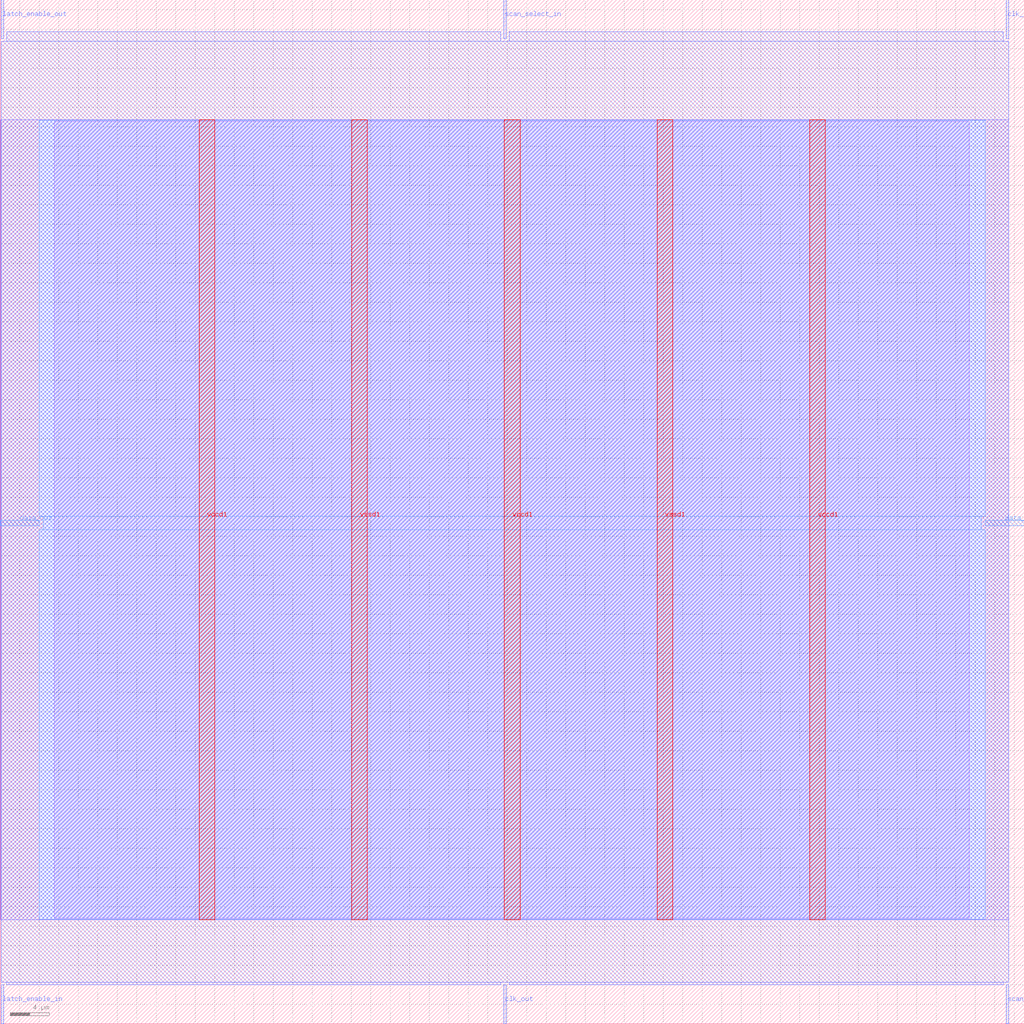
<source format=lef>
VERSION 5.7 ;
  NOWIREEXTENSIONATPIN ON ;
  DIVIDERCHAR "/" ;
  BUSBITCHARS "[]" ;
MACRO scan_wrapper_341233739099013714
  CLASS BLOCK ;
  FOREIGN scan_wrapper_341233739099013714 ;
  ORIGIN 0.000 0.000 ;
  SIZE 105.000 BY 105.000 ;
  PIN clk_in
    DIRECTION INPUT ;
    USE SIGNAL ;
    PORT
      LAYER met2 ;
        RECT 103.130 101.000 103.410 105.000 ;
    END
  END clk_in
  PIN clk_out
    DIRECTION OUTPUT TRISTATE ;
    USE SIGNAL ;
    PORT
      LAYER met2 ;
        RECT 51.610 0.000 51.890 4.000 ;
    END
  END clk_out
  PIN data_in
    DIRECTION INPUT ;
    USE SIGNAL ;
    PORT
      LAYER met3 ;
        RECT 101.000 51.040 105.000 51.640 ;
    END
  END data_in
  PIN data_out
    DIRECTION OUTPUT TRISTATE ;
    USE SIGNAL ;
    PORT
      LAYER met3 ;
        RECT 0.000 51.040 4.000 51.640 ;
    END
  END data_out
  PIN latch_enable_in
    DIRECTION INPUT ;
    USE SIGNAL ;
    PORT
      LAYER met2 ;
        RECT 0.090 0.000 0.370 4.000 ;
    END
  END latch_enable_in
  PIN latch_enable_out
    DIRECTION OUTPUT TRISTATE ;
    USE SIGNAL ;
    PORT
      LAYER met2 ;
        RECT 0.090 101.000 0.370 105.000 ;
    END
  END latch_enable_out
  PIN scan_select_in
    DIRECTION INPUT ;
    USE SIGNAL ;
    PORT
      LAYER met2 ;
        RECT 51.610 101.000 51.890 105.000 ;
    END
  END scan_select_in
  PIN scan_select_out
    DIRECTION OUTPUT TRISTATE ;
    USE SIGNAL ;
    PORT
      LAYER met2 ;
        RECT 103.130 0.000 103.410 4.000 ;
    END
  END scan_select_out
  PIN vccd1
    DIRECTION INPUT ;
    USE POWER ;
    PORT
      LAYER met4 ;
        RECT 20.380 10.640 21.980 92.720 ;
    END
    PORT
      LAYER met4 ;
        RECT 51.700 10.640 53.300 92.720 ;
    END
    PORT
      LAYER met4 ;
        RECT 83.020 10.640 84.620 92.720 ;
    END
  END vccd1
  PIN vssd1
    DIRECTION INPUT ;
    USE GROUND ;
    PORT
      LAYER met4 ;
        RECT 36.040 10.640 37.640 92.720 ;
    END
    PORT
      LAYER met4 ;
        RECT 67.360 10.640 68.960 92.720 ;
    END
  END vssd1
  OBS
      LAYER li1 ;
        RECT 5.520 10.795 99.360 92.565 ;
      LAYER met1 ;
        RECT 0.070 10.640 103.430 92.720 ;
      LAYER met2 ;
        RECT 0.650 100.720 51.330 101.730 ;
        RECT 52.170 100.720 102.850 101.730 ;
        RECT 0.100 4.280 103.400 100.720 ;
        RECT 0.650 4.000 51.330 4.280 ;
        RECT 52.170 4.000 102.850 4.280 ;
      LAYER met3 ;
        RECT 4.000 52.040 101.000 92.645 ;
        RECT 4.400 50.640 100.600 52.040 ;
        RECT 4.000 10.715 101.000 50.640 ;
  END
END scan_wrapper_341233739099013714
END LIBRARY


</source>
